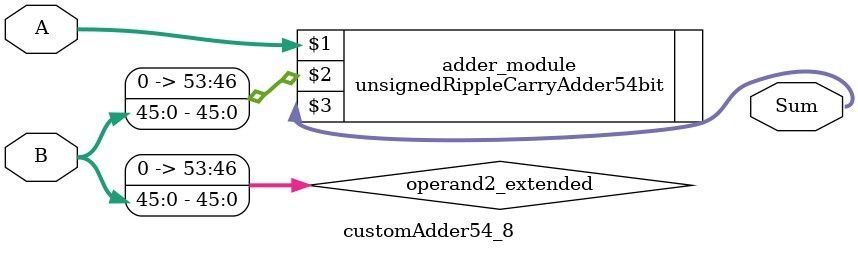
<source format=v>
module customAdder54_8(
                        input [53 : 0] A,
                        input [45 : 0] B,
                        
                        output [54 : 0] Sum
                );

        wire [53 : 0] operand2_extended;
        
        assign operand2_extended =  {8'b0, B};
        
        unsignedRippleCarryAdder54bit adder_module(
            A,
            operand2_extended,
            Sum
        );
        
        endmodule
        
</source>
